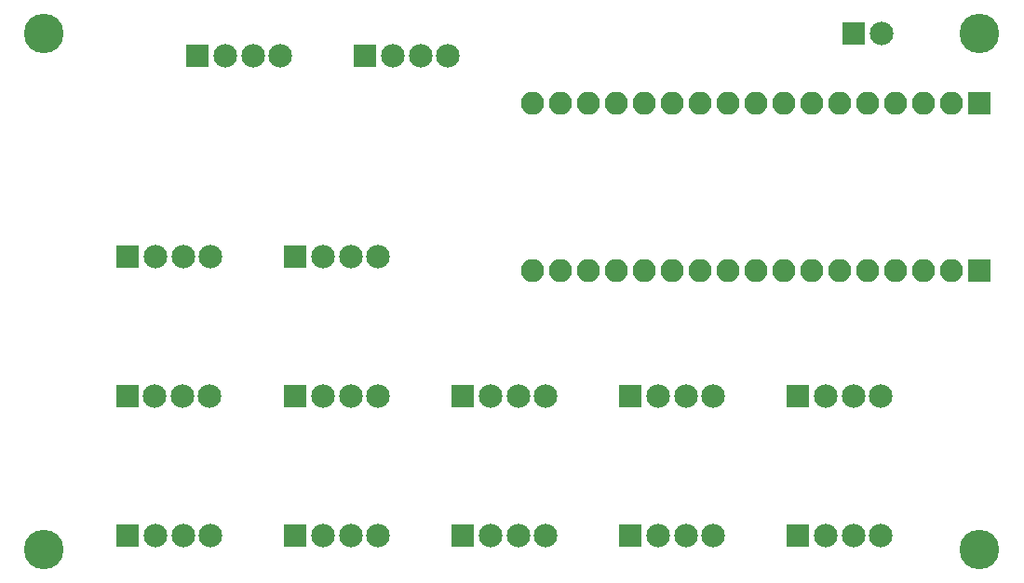
<source format=gbr>
G04 #@! TF.GenerationSoftware,KiCad,Pcbnew,(5.1.5)-3*
G04 #@! TF.CreationDate,2020-05-31T15:18:41-04:00*
G04 #@! TF.ProjectId,Micro-Breakout+RGB,4d696372-6f2d-4427-9265-616b6f75742b,rev?*
G04 #@! TF.SameCoordinates,Original*
G04 #@! TF.FileFunction,Soldermask,Bot*
G04 #@! TF.FilePolarity,Negative*
%FSLAX46Y46*%
G04 Gerber Fmt 4.6, Leading zero omitted, Abs format (unit mm)*
G04 Created by KiCad (PCBNEW (5.1.5)-3) date 2020-05-31 15:18:41*
%MOMM*%
%LPD*%
G04 APERTURE LIST*
%ADD10O,2.100000X2.100000*%
%ADD11R,2.100000X2.100000*%
%ADD12R,2.150000X2.150000*%
%ADD13C,2.150000*%
%ADD14C,3.600000*%
G04 APERTURE END LIST*
D10*
X151130000Y-97790000D03*
X153670000Y-97790000D03*
X156210000Y-97790000D03*
X158750000Y-97790000D03*
X161290000Y-97790000D03*
X163830000Y-97790000D03*
X166370000Y-97790000D03*
X168910000Y-97790000D03*
X171450000Y-97790000D03*
X173990000Y-97790000D03*
X176530000Y-97790000D03*
X179070000Y-97790000D03*
X181610000Y-97790000D03*
X184150000Y-97790000D03*
X186690000Y-97790000D03*
X189230000Y-97790000D03*
D11*
X191770000Y-97790000D03*
X191770000Y-113030000D03*
D10*
X189230000Y-113030000D03*
X186690000Y-113030000D03*
X184150000Y-113030000D03*
X181610000Y-113030000D03*
X179070000Y-113030000D03*
X176530000Y-113030000D03*
X173990000Y-113030000D03*
X171450000Y-113030000D03*
X168910000Y-113030000D03*
X166370000Y-113030000D03*
X163830000Y-113030000D03*
X161290000Y-113030000D03*
X158750000Y-113030000D03*
X156210000Y-113030000D03*
X153670000Y-113030000D03*
X151130000Y-113030000D03*
D12*
X114300000Y-111760000D03*
D13*
X116800000Y-111760000D03*
X119300000Y-111760000D03*
X121800000Y-111760000D03*
X137040000Y-124460000D03*
X134540000Y-124460000D03*
X132040000Y-124460000D03*
D12*
X129540000Y-124460000D03*
X114227001Y-124483001D03*
D13*
X116727001Y-124483001D03*
X119227001Y-124483001D03*
X121727001Y-124483001D03*
X137040000Y-111760000D03*
X134540000Y-111760000D03*
X132040000Y-111760000D03*
D12*
X129540000Y-111760000D03*
D13*
X182840000Y-91440000D03*
D12*
X180340000Y-91440000D03*
D13*
X152280000Y-137160000D03*
X149780000Y-137160000D03*
X147280000Y-137160000D03*
D12*
X144780000Y-137160000D03*
D13*
X128150000Y-93472000D03*
X125650000Y-93472000D03*
X123150000Y-93472000D03*
D12*
X120650000Y-93472000D03*
D13*
X182760000Y-137160000D03*
X180260000Y-137160000D03*
X177760000Y-137160000D03*
D12*
X175260000Y-137160000D03*
X175260000Y-124460000D03*
D13*
X177760000Y-124460000D03*
X180260000Y-124460000D03*
X182760000Y-124460000D03*
X167520000Y-137160000D03*
X165020000Y-137160000D03*
X162520000Y-137160000D03*
D12*
X160020000Y-137160000D03*
X144780000Y-124460000D03*
D13*
X147280000Y-124460000D03*
X149780000Y-124460000D03*
X152280000Y-124460000D03*
X137040000Y-137160000D03*
X134540000Y-137160000D03*
X132040000Y-137160000D03*
D12*
X129540000Y-137160000D03*
D13*
X121800000Y-137160000D03*
X119300000Y-137160000D03*
X116800000Y-137160000D03*
D12*
X114300000Y-137160000D03*
X135890000Y-93472000D03*
D13*
X138390000Y-93472000D03*
X140890000Y-93472000D03*
X143390000Y-93472000D03*
X167520000Y-124460000D03*
X165020000Y-124460000D03*
X162520000Y-124460000D03*
D12*
X160020000Y-124460000D03*
D14*
X106680000Y-138430000D03*
X106680000Y-91440000D03*
X191770000Y-138430000D03*
X191770000Y-91440000D03*
M02*

</source>
